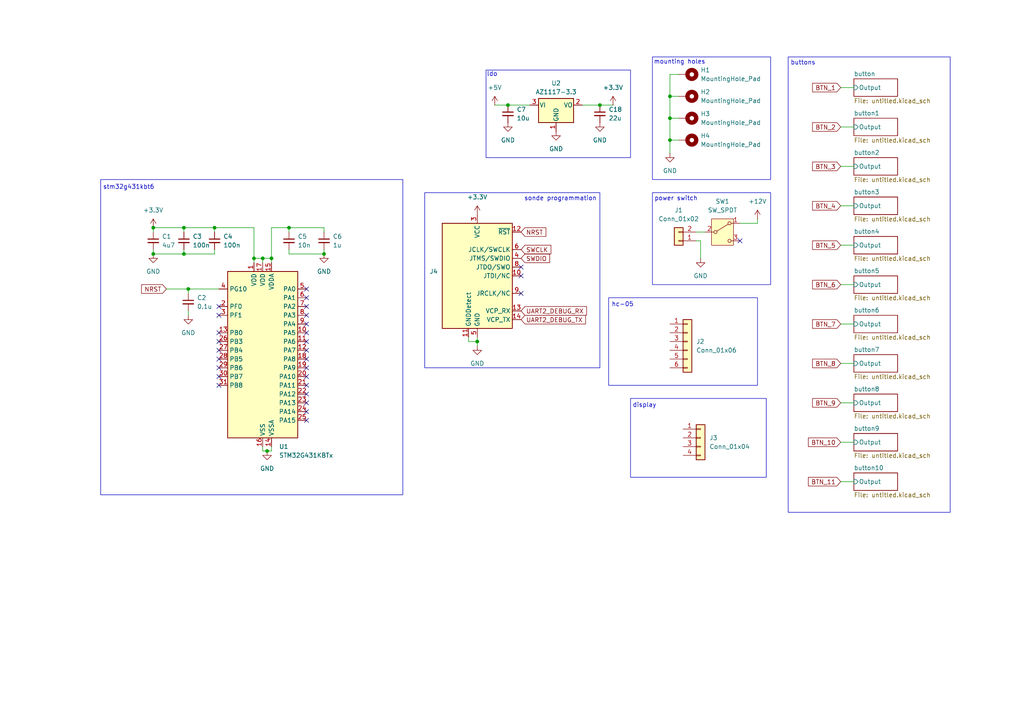
<source format=kicad_sch>
(kicad_sch (version 20231120) (generator "eeschema") (generator_version "8.0")
  (paper "A4")
  (lib_symbols
    (symbol "Connector:Conn_ST_STDC14"
      (property "Reference" "J" (at -8.89 16.51 0))
      (property "Value" "Conn_ST_STDC14" (at 17.78 16.51 0))
      (symbol "Conn_ST_STDC14_0_1"
        (rectangle (start -10.16 15.24) (end 10.16 -15.24) (stroke (width 0.254)) (fill (type background)))
      )
      (symbol "Conn_ST_STDC14_1_1"
        (pin no_connect line (at -10.16 5.08 0) (length 2.54) hide (name "NC") (number "1"))
        (pin output line (at 12.7 0 180) (length 2.54) (name "JTDI/NC") (number "10"))
        (pin passive line (at -2.54 -17.78 90) (length 2.54) (name "GNDDetect") (number "11"))
        (pin open_collector line (at 12.7 12.7 180) (length 2.54) (name "~{RST}") (number "12"))
        (pin output line (at 12.7 -10.16 180) (length 2.54) (name "VCP_RX") (number "13"))
        (pin input line (at 12.7 -12.7 180) (length 2.54) (name "VCP_TX") (number "14"))
        (pin no_connect line (at -10.16 2.54 0) (length 2.54) hide (name "NC") (number "2"))
        (pin power_in line (at 0 17.78 270) (length 2.54) (name "VCC") (number "3"))
        (pin bidirectional line (at 12.7 5.08 180) (length 2.54) (name "JTMS/SWDIO") (number "4"))
        (pin power_in line (at 0 -17.78 90) (length 2.54) (name "GND") (number "5"))
        (pin output line (at 12.7 7.62 180) (length 2.54) (name "JCLK/SWCLK") (number "6"))
        (pin passive line (at 0 -17.78 90) (length 2.54) hide (name "GND") (number "7"))
        (pin input line (at 12.7 2.54 180) (length 2.54) (name "JTDO/SWO") (number "8"))
        (pin input line (at 12.7 -5.08 180) (length 2.54) (name "JRCLK/NC") (number "9"))
      )
    )
    (symbol "Connector_Generic:Conn_01x02" (pin_names (offset 1.016) hide)
      (property "Reference" "J" (at 0 2.54 0))
      (property "Value" "Conn_01x02" (at 0 -5.08 0))
      (symbol "Conn_01x02_1_1"
        (rectangle (start -1.27 -2.413) (end 0 -2.667) (stroke (width 0.1524)))
        (rectangle (start -1.27 0.127) (end 0 -0.127) (stroke (width 0.1524)))
        (rectangle (start -1.27 1.27) (end 1.27 -3.81) (stroke (width 0.254)) (fill (type background)))
        (pin passive line (at -5.08 0 0) (length 3.81) (name "Pin_1") (number "1"))
        (pin passive line (at -5.08 -2.54 0) (length 3.81) (name "Pin_2") (number "2"))
      )
    )
    (symbol "Connector_Generic:Conn_01x04" (pin_names (offset 1.016) hide)
      (property "Reference" "J" (at 0 5.08 0))
      (property "Value" "Conn_01x04" (at 0 -7.62 0))
      (symbol "Conn_01x04_1_1"
        (rectangle (start -1.27 -4.953) (end 0 -5.207) (stroke (width 0.1524)))
        (rectangle (start -1.27 -2.413) (end 0 -2.667) (stroke (width 0.1524)))
        (rectangle (start -1.27 0.127) (end 0 -0.127) (stroke (width 0.1524)))
        (rectangle (start -1.27 2.667) (end 0 2.413) (stroke (width 0.1524)))
        (rectangle (start -1.27 3.81) (end 1.27 -6.35) (stroke (width 0.254)) (fill (type background)))
        (pin passive line (at -5.08 2.54 0) (length 3.81) (name "Pin_1") (number "1"))
        (pin passive line (at -5.08 0 0) (length 3.81) (name "Pin_2") (number "2"))
        (pin passive line (at -5.08 -2.54 0) (length 3.81) (name "Pin_3") (number "3"))
        (pin passive line (at -5.08 -5.08 0) (length 3.81) (name "Pin_4") (number "4"))
      )
    )
    (symbol "Connector_Generic:Conn_01x06" (pin_names (offset 1.016) hide)
      (property "Reference" "J" (at 0 7.62 0))
      (property "Value" "Conn_01x06" (at 0 -10.16 0))
      (symbol "Conn_01x06_1_1"
        (rectangle (start -1.27 -7.493) (end 0 -7.747) (stroke (width 0.1524)))
        (rectangle (start -1.27 -4.953) (end 0 -5.207) (stroke (width 0.1524)))
        (rectangle (start -1.27 -2.413) (end 0 -2.667) (stroke (width 0.1524)))
        (rectangle (start -1.27 0.127) (end 0 -0.127) (stroke (width 0.1524)))
        (rectangle (start -1.27 2.667) (end 0 2.413) (stroke (width 0.1524)))
        (rectangle (start -1.27 5.207) (end 0 4.953) (stroke (width 0.1524)))
        (rectangle (start -1.27 6.35) (end 1.27 -8.89) (stroke (width 0.254)) (fill (type background)))
        (pin passive line (at -5.08 5.08 0) (length 3.81) (name "Pin_1") (number "1"))
        (pin passive line (at -5.08 2.54 0) (length 3.81) (name "Pin_2") (number "2"))
        (pin passive line (at -5.08 0 0) (length 3.81) (name "Pin_3") (number "3"))
        (pin passive line (at -5.08 -2.54 0) (length 3.81) (name "Pin_4") (number "4"))
        (pin passive line (at -5.08 -5.08 0) (length 3.81) (name "Pin_5") (number "5"))
        (pin passive line (at -5.08 -7.62 0) (length 3.81) (name "Pin_6") (number "6"))
      )
    )
    (symbol "Device:C_Small" (pin_numbers hide) (pin_names (offset 0.254) hide)
      (property "Reference" "C" (at 0.254 1.778 0))
      (property "Value" "C_Small" (at 0.254 -2.032 0))
      (symbol "C_Small_0_1"
        (polyline (pts (xy -1.524 -0.508) (xy 1.524 -0.508)) (stroke (width 0.3302)))
        (polyline (pts (xy -1.524 0.508) (xy 1.524 0.508)) (stroke (width 0.3048)))
      )
      (symbol "C_Small_1_1"
        (pin passive line (at 0 2.54 270) (length 2.032) (name "~") (number "1"))
        (pin passive line (at 0 -2.54 90) (length 2.032) (name "~") (number "2"))
      )
    )
    (symbol "MCU_ST_STM32G4:STM32G431KBTx"
      (property "Reference" "U" (at -10.16 26.67 0))
      (property "Value" "STM32G431KBTx" (at 5.08 26.67 0))
      (symbol "STM32G431KBTx_0_1"
        (rectangle (start -10.16 -22.86) (end 10.16 25.4) (stroke (width 0.254)) (fill (type background)))
      )
      (symbol "STM32G431KBTx_1_1"
        (pin power_in line (at -2.54 27.94 270) (length 2.54) (name "VDD") (number "1"))
        (pin bidirectional line (at 12.7 7.62 180) (length 2.54) (name "PA5") (number "10"))
        (pin bidirectional line (at 12.7 5.08 180) (length 2.54) (name "PA6") (number "11"))
        (pin bidirectional line (at 12.7 2.54 180) (length 2.54) (name "PA7") (number "12"))
        (pin bidirectional line (at -12.7 7.62 0) (length 2.54) (name "PB0") (number "13"))
        (pin power_in line (at 2.54 -25.4 90) (length 2.54) (name "VSSA") (number "14"))
        (pin power_in line (at 2.54 27.94 270) (length 2.54) (name "VDDA") (number "15"))
        (pin power_in line (at 0 -25.4 90) (length 2.54) (name "VSS") (number "16"))
        (pin power_in line (at 0 27.94 270) (length 2.54) (name "VDD") (number "17"))
        (pin bidirectional line (at 12.7 0 180) (length 2.54) (name "PA8") (number "18"))
        (pin bidirectional line (at 12.7 -2.54 180) (length 2.54) (name "PA9") (number "19"))
        (pin bidirectional line (at -12.7 15.24 0) (length 2.54) (name "PF0") (number "2"))
        (pin bidirectional line (at 12.7 -5.08 180) (length 2.54) (name "PA10") (number "20"))
        (pin bidirectional line (at 12.7 -7.62 180) (length 2.54) (name "PA11") (number "21"))
        (pin bidirectional line (at 12.7 -10.16 180) (length 2.54) (name "PA12") (number "22"))
        (pin bidirectional line (at 12.7 -12.7 180) (length 2.54) (name "PA13") (number "23"))
        (pin bidirectional line (at 12.7 -15.24 180) (length 2.54) (name "PA14") (number "24"))
        (pin bidirectional line (at 12.7 -17.78 180) (length 2.54) (name "PA15") (number "25"))
        (pin bidirectional line (at -12.7 5.08 0) (length 2.54) (name "PB3") (number "26"))
        (pin bidirectional line (at -12.7 2.54 0) (length 2.54) (name "PB4") (number "27"))
        (pin bidirectional line (at -12.7 0 0) (length 2.54) (name "PB5") (number "28"))
        (pin bidirectional line (at -12.7 -2.54 0) (length 2.54) (name "PB6") (number "29"))
        (pin bidirectional line (at -12.7 12.7 0) (length 2.54) (name "PF1") (number "3"))
        (pin bidirectional line (at -12.7 -5.08 0) (length 2.54) (name "PB7") (number "30"))
        (pin bidirectional line (at -12.7 -7.62 0) (length 2.54) (name "PB8") (number "31"))
        (pin passive line (at 0 -25.4 90) (length 2.54) hide (name "VSS") (number "32"))
        (pin bidirectional line (at -12.7 20.32 0) (length 2.54) (name "PG10") (number "4"))
        (pin bidirectional line (at 12.7 20.32 180) (length 2.54) (name "PA0") (number "5"))
        (pin bidirectional line (at 12.7 17.78 180) (length 2.54) (name "PA1") (number "6"))
        (pin bidirectional line (at 12.7 15.24 180) (length 2.54) (name "PA2") (number "7"))
        (pin bidirectional line (at 12.7 12.7 180) (length 2.54) (name "PA3") (number "8"))
        (pin bidirectional line (at 12.7 10.16 180) (length 2.54) (name "PA4") (number "9"))
      )
    )
    (symbol "Mechanical:MountingHole_Pad" (pin_numbers hide) (pin_names (offset 1.016) hide) (exclude_from_sim yes) (in_bom no)
      (property "Reference" "H" (at 0 6.35 0))
      (property "Value" "MountingHole_Pad" (at 0 4.445 0))
      (symbol "MountingHole_Pad_0_1"
        (circle (center 0 1.27) (radius 1.27) (stroke (width 1.27)))
      )
      (symbol "MountingHole_Pad_1_1"
        (pin input line (at 0 -2.54 90) (length 2.54) (name "1") (number "1"))
      )
    )
    (symbol "Regulator_Linear:AZ1117-3.3" (pin_names (offset 0.254))
      (property "Reference" "U" (at -3.81 3.175 0))
      (property "Value" "AZ1117-3.3" (at 0 3.175 0))
      (symbol "AZ1117-3.3_0_1"
        (rectangle (start -5.08 1.905) (end 5.08 -5.08) (stroke (width 0.254)) (fill (type background)))
      )
      (symbol "AZ1117-3.3_1_1"
        (pin power_in line (at 0 -7.62 90) (length 2.54) (name "GND") (number "1"))
        (pin power_out line (at 7.62 0 180) (length 2.54) (name "VO") (number "2"))
        (pin power_in line (at -7.62 0 0) (length 2.54) (name "VI") (number "3"))
      )
    )
    (symbol "Switch:SW_SPDT" (pin_names (offset 0) hide)
      (property "Reference" "SW" (at 0 5.08 0))
      (property "Value" "SW_SPDT" (at 0 -5.08 0))
      (symbol "SW_SPDT_0_1"
        (circle (center -2.032 0) (radius 0.4572))
        (polyline (pts (xy -1.651 0.254) (xy 1.651 2.286)))
        (circle (center 2.032 -2.54) (radius 0.4572))
        (circle (center 2.032 2.54) (radius 0.4572))
      )
      (symbol "SW_SPDT_1_1"
        (rectangle (start -3.175 3.81) (end 3.175 -3.81) (fill (type background)))
        (pin passive line (at 5.08 2.54 180) (length 2.54) (name "A") (number "1"))
        (pin passive line (at -5.08 0 0) (length 2.54) (name "B") (number "2"))
        (pin passive line (at 5.08 -2.54 180) (length 2.54) (name "C") (number "3"))
      )
    )
    (symbol "power:+12V" (power) (pin_numbers hide) (pin_names (offset 0) hide)
      (property "Value" "+12V" (at 0 3.556 0))
      (symbol "+12V_0_1"
        (polyline (pts (xy -0.762 1.27) (xy 0 2.54)))
        (polyline (pts (xy 0 0) (xy 0 2.54)))
        (polyline (pts (xy 0 2.54) (xy 0.762 1.27)))
      )
      (symbol "+12V_1_1"
        (pin power_in line (at 0 0 90) (length 0) (name "~") (number "1"))
      )
    )
    (symbol "power:+3.3V" (power) (pin_numbers hide) (pin_names (offset 0) hide)
      (property "Value" "+3.3V" (at 0 3.556 0))
      (symbol "+3.3V_0_1"
        (polyline (pts (xy -0.762 1.27) (xy 0 2.54)))
        (polyline (pts (xy 0 0) (xy 0 2.54)))
        (polyline (pts (xy 0 2.54) (xy 0.762 1.27)))
      )
      (symbol "+3.3V_1_1"
        (pin power_in line (at 0 0 90) (length 0) (name "~") (number "1"))
      )
    )
    (symbol "power:+5V" (power) (pin_numbers hide) (pin_names (offset 0) hide)
      (property "Value" "+5V" (at 0 3.556 0))
      (symbol "+5V_0_1"
        (polyline (pts (xy -0.762 1.27) (xy 0 2.54)))
        (polyline (pts (xy 0 0) (xy 0 2.54)))
        (polyline (pts (xy 0 2.54) (xy 0.762 1.27)))
      )
      (symbol "+5V_1_1"
        (pin power_in line (at 0 0 90) (length 0) (name "~") (number "1"))
      )
    )
    (symbol "power:GND" (power) (pin_numbers hide) (pin_names (offset 0) hide)
      (property "Value" "GND" (at 0 -3.81 0))
      (symbol "GND_0_1"
        (polyline (pts (xy 0 0) (xy 0 -1.27) (xy 1.27 -1.27) (xy 0 -2.54) (xy -1.27 -1.27) (xy 0 -1.27)))
      )
      (symbol "GND_1_1"
        (pin power_in line (at 0 0 270) (length 0) (name "~") (number "1"))
      )
    )
  )
  (junction (at 194.31 40.64))
  (junction (at 147.32 30.48))
  (junction (at 53.34 66.04))
  (junction (at 93.98 73.66))
  (junction (at 138.43 99.06))
  (junction (at 78.74 74.93))
  (junction (at 53.34 73.66))
  (junction (at 54.61 83.82))
  (junction (at 83.82 66.04))
  (junction (at 77.47 130.81))
  (junction (at 194.31 27.94))
  (junction (at 76.2 74.93))
  (junction (at 62.23 66.04))
  (junction (at 73.66 74.93))
  (junction (at 194.31 34.29))
  (junction (at 44.45 66.04))
  (junction (at 173.99 30.48))
  (junction (at 44.45 73.66))
  (no_connect (at 88.9 111.76))
  (no_connect (at 63.5 91.44))
  (no_connect (at 63.5 88.9))
  (no_connect (at 88.9 88.9))
  (no_connect (at 88.9 116.84))
  (no_connect (at 214.63 69.85))
  (no_connect (at 88.9 114.3))
  (no_connect (at 63.5 109.22))
  (no_connect (at 88.9 106.68))
  (no_connect (at 88.9 96.52))
  (no_connect (at 88.9 109.22))
  (no_connect (at 63.5 99.06))
  (no_connect (at 151.13 77.47))
  (no_connect (at 63.5 96.52))
  (no_connect (at 88.9 104.14))
  (no_connect (at 88.9 83.82))
  (no_connect (at 88.9 119.38))
  (no_connect (at 63.5 106.68))
  (no_connect (at 88.9 99.06))
  (no_connect (at 151.13 80.01))
  (no_connect (at 63.5 104.14))
  (no_connect (at 88.9 121.92))
  (no_connect (at 88.9 86.36))
  (no_connect (at 63.5 111.76))
  (no_connect (at 63.5 101.6))
  (no_connect (at 88.9 93.98))
  (no_connect (at 88.9 91.44))
  (no_connect (at 151.13 85.09))
  (no_connect (at 88.9 101.6))
  (wire (pts (xy 48.26 83.82) (xy 54.61 83.82)))
  (wire (pts (xy 73.66 66.04) (xy 62.23 66.04)))
  (wire (pts (xy 194.31 44.45) (xy 194.31 40.64)))
  (wire (pts (xy 194.31 40.64) (xy 196.85 40.64)))
  (wire (pts (xy 243.84 25.4) (xy 247.65 25.4)))
  (wire (pts (xy 44.45 73.66) (xy 44.45 72.39)))
  (wire (pts (xy 63.5 83.82) (xy 54.61 83.82)))
  (wire (pts (xy 93.98 73.66) (xy 93.98 72.39)))
  (wire (pts (xy 54.61 90.17) (xy 54.61 91.44)))
  (wire (pts (xy 93.98 67.31) (xy 93.98 66.04)))
  (wire (pts (xy 62.23 66.04) (xy 62.23 67.31)))
  (wire (pts (xy 62.23 66.04) (xy 53.34 66.04)))
  (wire (pts (xy 135.89 99.06) (xy 138.43 99.06)))
  (wire (pts (xy 135.89 97.79) (xy 135.89 99.06)))
  (wire (pts (xy 143.51 30.48) (xy 147.32 30.48)))
  (wire (pts (xy 243.84 71.12) (xy 247.65 71.12)))
  (wire (pts (xy 83.82 72.39) (xy 83.82 73.66)))
  (wire (pts (xy 243.84 36.83) (xy 247.65 36.83)))
  (wire (pts (xy 243.84 105.41) (xy 247.65 105.41)))
  (wire (pts (xy 78.74 129.54) (xy 78.74 130.81)))
  (wire (pts (xy 173.99 30.48) (xy 177.8 30.48)))
  (wire (pts (xy 78.74 74.93) (xy 78.74 76.2)))
  (wire (pts (xy 73.66 74.93) (xy 76.2 74.93)))
  (wire (pts (xy 73.66 74.93) (xy 73.66 66.04)))
  (wire (pts (xy 44.45 66.04) (xy 44.45 67.31)))
  (wire (pts (xy 168.91 30.48) (xy 173.99 30.48)))
  (wire (pts (xy 53.34 66.04) (xy 44.45 66.04)))
  (wire (pts (xy 243.84 82.55) (xy 247.65 82.55)))
  (wire (pts (xy 243.84 128.27) (xy 247.65 128.27)))
  (wire (pts (xy 219.71 63.5) (xy 219.71 64.77)))
  (wire (pts (xy 243.84 116.84) (xy 247.65 116.84)))
  (wire (pts (xy 138.43 97.79) (xy 138.43 99.06)))
  (wire (pts (xy 53.34 73.66) (xy 53.34 72.39)))
  (wire (pts (xy 76.2 74.93) (xy 76.2 76.2)))
  (wire (pts (xy 147.32 30.48) (xy 153.67 30.48)))
  (wire (pts (xy 201.93 69.85) (xy 203.2 69.85)))
  (wire (pts (xy 93.98 66.04) (xy 83.82 66.04)))
  (wire (pts (xy 138.43 99.06) (xy 138.43 100.33)))
  (wire (pts (xy 194.31 40.64) (xy 194.31 34.29)))
  (wire (pts (xy 83.82 73.66) (xy 93.98 73.66)))
  (wire (pts (xy 203.2 69.85) (xy 203.2 74.93)))
  (wire (pts (xy 214.63 64.77) (xy 219.71 64.77)))
  (wire (pts (xy 77.47 130.81) (xy 78.74 130.81)))
  (wire (pts (xy 243.84 93.98) (xy 247.65 93.98)))
  (wire (pts (xy 194.31 27.94) (xy 194.31 21.59)))
  (wire (pts (xy 44.45 73.66) (xy 53.34 73.66)))
  (wire (pts (xy 54.61 83.82) (xy 54.61 85.09)))
  (wire (pts (xy 76.2 129.54) (xy 76.2 130.81)))
  (wire (pts (xy 243.84 59.69) (xy 247.65 59.69)))
  (wire (pts (xy 73.66 74.93) (xy 73.66 76.2)))
  (wire (pts (xy 243.84 139.7) (xy 247.65 139.7)))
  (wire (pts (xy 194.31 34.29) (xy 194.31 27.94)))
  (wire (pts (xy 201.93 67.31) (xy 204.47 67.31)))
  (wire (pts (xy 83.82 66.04) (xy 83.82 67.31)))
  (wire (pts (xy 76.2 130.81) (xy 77.47 130.81)))
  (wire (pts (xy 78.74 74.93) (xy 76.2 74.93)))
  (wire (pts (xy 194.31 27.94) (xy 196.85 27.94)))
  (wire (pts (xy 53.34 66.04) (xy 53.34 67.31)))
  (wire (pts (xy 62.23 72.39) (xy 62.23 73.66)))
  (wire (pts (xy 78.74 74.93) (xy 78.74 66.04)))
  (wire (pts (xy 78.74 66.04) (xy 83.82 66.04)))
  (wire (pts (xy 53.34 73.66) (xy 62.23 73.66)))
  (wire (pts (xy 243.84 48.26) (xy 247.65 48.26)))
  (wire (pts (xy 194.31 34.29) (xy 196.85 34.29)))
  (wire (pts (xy 194.31 21.59) (xy 196.85 21.59)))
  (rectangle (start 189.23 16.51) (end 223.52 52.07))
  (rectangle (start 123.19 55.88) (end 173.99 106.68))
  (rectangle (start 176.53 86.36) (end 219.71 111.76))
  (rectangle (start 182.88 115.57) (end 222.25 138.43))
  (rectangle (start 29.21 52.07) (end 116.84 143.51))
  (rectangle (start 140.97 20.32) (end 182.88 45.72))
  (rectangle (start 189.23 55.88) (end 223.52 82.55))
  (rectangle (start 228.6 16.51) (end 275.59 148.59))
  (text "mounting holes" (at 197.104 18.034 0) (effects (font (size 1.27 1.27))))
  (text "power switch" (at 196.088 57.658 0) (effects (font (size 1.27 1.27))))
  (text "ldo" (at 142.748 21.59 0) (effects (font (size 1.27 1.27))))
  (text "buttons" (at 232.918 18.288 0) (effects (font (size 1.27 1.27))))
  (text "stm32g431kbt6" (at 37.338 54.356 0) (effects (font (size 1.27 1.27))))
  (text "sonde programmation\n" (at 162.56 57.658 0) (effects (font (size 1.27 1.27))))
  (text "display" (at 186.944 117.602 0) (effects (font (size 1.27 1.27))))
  (text "hc-05" (at 180.594 88.392 0) (effects (font (size 1.27 1.27))))
  (global_label "BTN_7" (shape input) (at 243.84 93.98 180) (property "Intersheetrefs" "${INTERSHEET_REFS}" (effects (hide yes))))
  (global_label "BTN_8" (shape input) (at 243.84 105.41 180) (property "Intersheetrefs" "${INTERSHEET_REFS}" (effects (hide yes))))
  (global_label "BTN_1" (shape input) (at 243.84 25.4 180) (property "Intersheetrefs" "${INTERSHEET_REFS}" (effects (hide yes))))
  (global_label "BTN_4" (shape input) (at 243.84 59.69 180) (property "Intersheetrefs" "${INTERSHEET_REFS}" (effects (hide yes))))
  (global_label "SWDIO" (shape input) (at 151.13 74.93 0) (property "Intersheetrefs" "${INTERSHEET_REFS}" (effects (hide yes))))
  (global_label "BTN_11" (shape input) (at 243.84 139.7 180) (property "Intersheetrefs" "${INTERSHEET_REFS}" (effects (hide yes))))
  (global_label "BTN_9" (shape input) (at 243.84 116.84 180) (property "Intersheetrefs" "${INTERSHEET_REFS}" (effects (hide yes))))
  (global_label "BTN_6" (shape input) (at 243.84 82.55 180) (property "Intersheetrefs" "${INTERSHEET_REFS}" (effects (hide yes))))
  (global_label "NRST" (shape input) (at 151.13 67.31 0) (property "Intersheetrefs" "${INTERSHEET_REFS}" (effects (hide yes))))
  (global_label "UART2_DEBUG_TX" (shape input) (at 151.13 92.71 0) (property "Intersheetrefs" "${INTERSHEET_REFS}" (effects (hide yes))))
  (global_label "BTN_2" (shape input) (at 243.84 36.83 180) (property "Intersheetrefs" "${INTERSHEET_REFS}" (effects (hide yes))))
  (global_label "BTN_3" (shape input) (at 243.84 48.26 180) (property "Intersheetrefs" "${INTERSHEET_REFS}" (effects (hide yes))))
  (global_label "BTN_10" (shape input) (at 243.84 128.27 180) (property "Intersheetrefs" "${INTERSHEET_REFS}" (effects (hide yes))))
  (global_label "NRST" (shape input) (at 48.26 83.82 180) (property "Intersheetrefs" "${INTERSHEET_REFS}" (effects (hide yes))))
  (global_label "SWCLK" (shape input) (at 151.13 72.39 0) (property "Intersheetrefs" "${INTERSHEET_REFS}" (effects (hide yes))))
  (global_label "BTN_5" (shape input) (at 243.84 71.12 180) (property "Intersheetrefs" "${INTERSHEET_REFS}" (effects (hide yes))))
  (global_label "UART2_DEBUG_RX" (shape input) (at 151.13 90.17 0) (property "Intersheetrefs" "${INTERSHEET_REFS}" (effects (hide yes))))
  (symbol (lib_id "power:+5V") (at 143.51 30.48 0) (unit 1)
    (property "Reference" "#PWR029" (effects (hide yes)))
    (property "Value" "+5V" (at 143.51 25.4 0))
  )
  (symbol (lib_id "Mechanical:MountingHole_Pad") (at 199.39 21.59 270) (unit 1) (exclude_from_sim yes) (in_bom no)
    (property "Reference" "H1" (at 203.2 20.3199 90) (effects (justify left)))
    (property "Value" "MountingHole_Pad" (at 203.2 22.8599 90) (effects (justify left)))
    (property "Description" "Mounting Hole with connection" (effects (hide yes)))
  )
  (symbol (lib_id "Regulator_Linear:AZ1117-3.3") (at 161.29 30.48 0) (unit 1)
    (property "Reference" "U2" (at 161.29 24.13 0))
    (property "Value" "AZ1117-3.3" (at 161.29 26.67 0))
    (property "Footprint" "Package_TO_SOT_SMD:SOT-223-3_TabPin2" (effects (hide yes)))
    (property "Datasheet" "https://www.diodes.com/assets/Datasheets/AZ1117.pdf" (effects (hide yes)))
    (property "MPN" "AZ1117CH2-3.3TRG1" (effects (hide yes)))
  )
  (symbol (lib_id "power:GND") (at 138.43 100.33 0) (unit 1)
    (property "Reference" "#PWR035" (effects (hide yes)))
    (property "Value" "GND" (at 138.43 105.41 0))
  )
  (symbol (lib_id "Device:C_Small") (at 93.98 69.85 0) (unit 1)
    (property "Reference" "C6" (at 96.52 68.5862 0) (effects (justify left)))
    (property "Value" "1u" (at 96.52 71.1262 0) (effects (justify left)))
    (property "Footprint" "Capacitor_SMD:C_0402_1005Metric" (effects (hide yes)))
    (property "Description" "Unpolarized capacitor, small symbol" (effects (hide yes)))
  )
  (symbol (lib_id "Mechanical:MountingHole_Pad") (at 199.39 40.64 270) (unit 1) (exclude_from_sim yes) (in_bom no)
    (property "Reference" "H4" (at 203.2 39.3699 90) (effects (justify left)))
    (property "Value" "MountingHole_Pad" (at 203.2 41.9099 90) (effects (justify left)))
    (property "Description" "Mounting Hole with connection" (effects (hide yes)))
  )
  (symbol (lib_id "power:+3.3V") (at 44.45 66.04 0) (unit 1)
    (property "Reference" "#PWR01" (effects (hide yes)))
    (property "Value" "+3.3V" (at 44.45 60.96 0))
    (property "Description" "Power symbol creates a global label with name \"+3.3V\"" (effects (hide yes)))
  )
  (symbol (lib_id "power:GND") (at 77.47 130.81 0) (unit 1)
    (property "Reference" "#PWR04" (effects (hide yes)))
    (property "Value" "GND" (at 77.47 135.89 0))
    (property "Description" "Power symbol creates a global label with name \"GND\" , ground" (effects (hide yes)))
  )
  (symbol (lib_id "Connector_Generic:Conn_01x04") (at 203.2 127 0) (unit 1)
    (property "Reference" "J3" (at 205.74 126.9999 0) (effects (justify left)))
    (property "Value" "Conn_01x04" (at 205.74 129.5399 0) (effects (justify left)))
    (property "Description" "Generic connector, single row, 01x04, script generated (kicad-library-utils/schlib/autogen/connector/)" (effects (hide yes)))
  )
  (symbol (lib_id "Device:C_Small") (at 53.34 69.85 0) (unit 1)
    (property "Reference" "C3" (at 55.88 68.5862 0) (effects (justify left)))
    (property "Value" "100n" (at 55.88 71.1262 0) (effects (justify left)))
    (property "Footprint" "Capacitor_SMD:C_0402_1005Metric" (effects (hide yes)))
    (property "Description" "Unpolarized capacitor, small symbol" (effects (hide yes)))
  )
  (symbol (lib_id "Connector:Conn_ST_STDC14") (at 138.43 80.01 0) (unit 1)
    (property "Reference" "J4" (at 127 78.7399 0) (effects (justify right)))
    (property "Value" "Conn_ST_STDC14" (effects (hide yes)))
    (property "Footprint" "Connector_PinHeader_1.27mm:PinHeader_2x07_P1.27mm_Vertical_SMD" (effects (hide yes)))
    (property "Datasheet" "https://www.st.com/content/ccc/resource/technical/document/user_manual/group1/99/49/91/b6/b2/3a/46/e5/DM00526767/files/DM00526767.pdf/jcr:content/translations/en.DM00526767.pdf" (effects (hide yes)))
    (property "Description" "ST Debug Connector, standard ARM Cortex-M SWD and JTAG interface plus UART" (effects (hide yes)))
  )
  (symbol (lib_id "Switch:SW_SPDT") (at 209.55 67.31 0) (unit 1)
    (property "Reference" "SW1" (at 209.55 58.42 0))
    (property "Value" "SW_SPDT" (at 209.55 60.96 0))
    (property "Footprint" "mylib:472123010111" (effects (hide yes)))
    (property "Datasheet" "https://www.we-online.com/components/products/datasheet/472123010111.pdf" (effects (hide yes)))
    (property "Description" "Switch, single pole double throw" (effects (hide yes)))
    (property "MPN" "472123010111" (effects (hide yes)))
  )
  (symbol (lib_id "power:+12V") (at 219.71 63.5 0) (unit 1)
    (property "Reference" "#PWR028" (effects (hide yes)))
    (property "Value" "+12V" (at 219.71 58.42 0))
    (property "Description" "Power symbol creates a global label with name \"+12V\"" (effects (hide yes)))
  )
  (symbol (lib_id "Device:C_Small") (at 147.32 33.02 0) (unit 1)
    (property "Reference" "C7" (at 149.86 31.7563 0) (effects (justify left)))
    (property "Value" "10u" (at 149.86 34.2963 0) (effects (justify left)))
    (property "Footprint" "Capacitor_SMD:C_0402_1005Metric" (effects (hide yes)))
  )
  (symbol (lib_id "power:GND") (at 173.99 35.56 0) (unit 1)
    (property "Reference" "#PWR032" (effects (hide yes)))
    (property "Value" "GND" (at 173.99 40.64 0))
  )
  (symbol (lib_id "power:GND") (at 54.61 91.44 0) (unit 1)
    (property "Reference" "#PWR03" (effects (hide yes)))
    (property "Value" "GND" (at 54.61 96.52 0))
    (property "Description" "Power symbol creates a global label with name \"GND\" , ground" (effects (hide yes)))
  )
  (symbol (lib_id "power:GND") (at 194.31 44.45 0) (unit 1)
    (property "Reference" "#PWR06" (effects (hide yes)))
    (property "Value" "GND" (at 194.31 49.53 0))
    (property "Description" "Power symbol creates a global label with name \"GND\" , ground" (effects (hide yes)))
  )
  (symbol (lib_id "Mechanical:MountingHole_Pad") (at 199.39 34.29 270) (unit 1) (exclude_from_sim yes) (in_bom no)
    (property "Reference" "H3" (at 203.2 33.0199 90) (effects (justify left)))
    (property "Value" "MountingHole_Pad" (at 203.2 35.5599 90) (effects (justify left)))
    (property "Description" "Mounting Hole with connection" (effects (hide yes)))
  )
  (symbol (lib_id "Device:C_Small") (at 173.99 33.02 0) (unit 1)
    (property "Reference" "C18" (at 176.53 31.7563 0) (effects (justify left)))
    (property "Value" "22u" (at 176.53 34.2963 0) (effects (justify left)))
    (property "Footprint" "Capacitor_SMD:C_Elec_5x5.4" (effects (hide yes)))
  )
  (symbol (lib_id "power:GND") (at 44.45 73.66 0) (unit 1)
    (property "Reference" "#PWR02" (effects (hide yes)))
    (property "Value" "GND" (at 44.45 78.74 0))
    (property "Description" "Power symbol creates a global label with name \"GND\" , ground" (effects (hide yes)))
  )
  (symbol (lib_id "Device:C_Small") (at 44.45 69.85 0) (unit 1)
    (property "Reference" "C1" (at 46.99 68.5862 0) (effects (justify left)))
    (property "Value" "4u7" (at 46.99 71.1262 0) (effects (justify left)))
    (property "Footprint" "Capacitor_SMD:C_0402_1005Metric" (effects (hide yes)))
    (property "Description" "Unpolarized capacitor, small symbol" (effects (hide yes)))
  )
  (symbol (lib_id "Mechanical:MountingHole_Pad") (at 199.39 27.94 270) (unit 1) (exclude_from_sim yes) (in_bom no)
    (property "Reference" "H2" (at 203.2 26.6699 90) (effects (justify left)))
    (property "Value" "MountingHole_Pad" (at 203.2 29.2099 90) (effects (justify left)))
    (property "Description" "Mounting Hole with connection" (effects (hide yes)))
  )
  (symbol (lib_id "power:GND") (at 161.29 38.1 0) (unit 1)
    (property "Reference" "#PWR031" (effects (hide yes)))
    (property "Value" "GND" (at 161.29 43.18 0))
  )
  (symbol (lib_id "power:GND") (at 93.98 73.66 0) (unit 1)
    (property "Reference" "#PWR05" (effects (hide yes)))
    (property "Value" "GND" (at 93.98 78.74 0))
    (property "Description" "Power symbol creates a global label with name \"GND\" , ground" (effects (hide yes)))
  )
  (symbol (lib_id "MCU_ST_STM32G4:STM32G431KBTx") (at 76.2 104.14 0) (unit 1)
    (property "Reference" "U1" (at 80.9341 129.54 0) (effects (justify left)))
    (property "Value" "STM32G431KBTx" (at 80.9341 132.08 0) (effects (justify left)))
    (property "Footprint" "Package_QFP:LQFP-32_7x7mm_P0.8mm" (effects (hide yes)))
    (property "Datasheet" "https://www.st.com/resource/en/datasheet/stm32g431kb.pdf" (effects (hide yes)))
    (property "Description" "STMicroelectronics Arm Cortex-M4 MCU, 128KB flash, 32KB RAM, 170 MHz, 1.71-3.6V, 26 GPIO, LQFP32" (effects (hide yes)))
  )
  (symbol (lib_id "power:+3.3V") (at 177.8 30.48 0) (unit 1)
    (property "Reference" "#PWR033" (effects (hide yes)))
    (property "Value" "+3.3V" (at 177.8 25.4 0))
  )
  (symbol (lib_id "Device:C_Small") (at 62.23 69.85 0) (unit 1)
    (property "Reference" "C4" (at 64.77 68.5862 0) (effects (justify left)))
    (property "Value" "100n" (at 64.77 71.1262 0) (effects (justify left)))
    (property "Footprint" "Capacitor_SMD:C_0402_1005Metric" (effects (hide yes)))
    (property "Description" "Unpolarized capacitor, small symbol" (effects (hide yes)))
  )
  (symbol (lib_id "Connector_Generic:Conn_01x02") (at 196.85 69.85 180) (unit 1)
    (property "Reference" "J1" (at 196.85 60.96 0))
    (property "Value" "Conn_01x02" (at 196.85 63.5 0))
    (property "Footprint" "Connector_AMASS:AMASS_XT60-M_1x02_P7.20mm_Vertical" (effects (hide yes)))
    (property "Description" "Generic connector, single row, 01x02, script generated (kicad-library-utils/schlib/autogen/connector/)" (effects (hide yes)))
  )
  (symbol (lib_id "power:+3.3V") (at 138.43 62.23 0) (unit 1)
    (property "Reference" "#PWR034" (effects (hide yes)))
    (property "Value" "+3.3V" (at 138.43 57.15 0))
  )
  (symbol (lib_id "power:GND") (at 147.32 35.56 0) (unit 1)
    (property "Reference" "#PWR030" (effects (hide yes)))
    (property "Value" "GND" (at 147.32 40.64 0))
  )
  (symbol (lib_id "Device:C_Small") (at 83.82 69.85 0) (unit 1)
    (property "Reference" "C5" (at 86.36 68.5862 0) (effects (justify left)))
    (property "Value" "10n" (at 86.36 71.1262 0) (effects (justify left)))
    (property "Footprint" "Capacitor_SMD:C_0402_1005Metric" (effects (hide yes)))
    (property "Description" "Unpolarized capacitor, small symbol" (effects (hide yes)))
  )
  (symbol (lib_id "power:GND") (at 203.2 74.93 0) (unit 1)
    (property "Reference" "#PWR07" (effects (hide yes)))
    (property "Value" "GND" (at 203.2 80.01 0))
  )
  (symbol (lib_id "Device:C_Small") (at 54.61 87.63 0) (unit 1)
    (property "Reference" "C2" (at 57.15 86.3662 0) (effects (justify left)))
    (property "Value" "0.1u" (at 57.15 88.9062 0) (effects (justify left)))
    (property "Footprint" "Capacitor_SMD:C_0402_1005Metric" (effects (hide yes)))
    (property "Description" "Unpolarized capacitor, small symbol" (effects (hide yes)))
  )
  (symbol (lib_id "Connector_Generic:Conn_01x06") (at 199.39 99.06 0) (unit 1)
    (property "Reference" "J2" (at 201.93 99.0599 0) (effects (justify left)))
    (property "Value" "Conn_01x06" (at 201.93 101.5999 0) (effects (justify left)))
    (property "Description" "Generic connector, single row, 01x06, script generated (kicad-library-utils/schlib/autogen/connector/)" (effects (hide yes)))
  )
  (sheet (at 247.65 45.72) (size 12.7 5.08) (stroke (width 0.1524))
    (property "Sheetname" "button2" (at 247.65 45.0084 0) (effects (justify left bottom)))
    (property "Sheetfile" "untitled.kicad_sch" (at 247.65 51.3846 0) (effects (justify left top)))
    (pin "Output" input (at 247.65 48.26 180))
  )
  (sheet (at 247.65 34.29) (size 12.7 5.08) (stroke (width 0.1524))
    (property "Sheetname" "button1" (at 247.65 33.5784 0) (effects (justify left bottom)))
    (property "Sheetfile" "untitled.kicad_sch" (at 247.65 39.9546 0) (effects (justify left top)))
    (pin "Output" input (at 247.65 36.83 180))
  )
  (sheet (at 247.65 125.73) (size 12.7 5.08) (stroke (width 0.1524))
    (property "Sheetname" "button9" (at 247.65 125.0184 0) (effects (justify left bottom)))
    (property "Sheetfile" "untitled.kicad_sch" (at 247.65 131.3946 0) (effects (justify left top)))
    (pin "Output" input (at 247.65 128.27 180))
  )
  (sheet (at 247.65 137.16) (size 12.7 5.08) (stroke (width 0.1524))
    (property "Sheetname" "button10" (at 247.65 136.4484 0) (effects (justify left bottom)))
    (property "Sheetfile" "untitled.kicad_sch" (at 247.65 142.8246 0) (effects (justify left top)))
    (pin "Output" input (at 247.65 139.7 180))
  )
  (sheet (at 247.65 22.86) (size 12.7 5.08) (stroke (width 0.1524))
    (property "Sheetname" "button" (at 247.65 22.1484 0) (effects (justify left bottom)))
    (property "Sheetfile" "untitled.kicad_sch" (at 247.65 28.5246 0) (effects (justify left top)))
    (pin "Output" input (at 247.65 25.4 180))
  )
  (sheet (at 247.65 57.15) (size 12.7 5.08) (stroke (width 0.1524))
    (property "Sheetname" "button3" (at 247.65 56.4384 0) (effects (justify left bottom)))
    (property "Sheetfile" "untitled.kicad_sch" (at 247.65 62.8146 0) (effects (justify left top)))
    (pin "Output" input (at 247.65 59.69 180))
  )
  (sheet (at 247.65 68.58) (size 12.7 5.08) (stroke (width 0.1524))
    (property "Sheetname" "button4" (at 247.65 67.8684 0) (effects (justify left bottom)))
    (property "Sheetfile" "untitled.kicad_sch" (at 247.65 74.2446 0) (effects (justify left top)))
    (pin "Output" input (at 247.65 71.12 180))
  )
  (sheet (at 247.65 102.87) (size 12.7 5.08) (stroke (width 0.1524))
    (property "Sheetname" "button7" (at 247.65 102.1584 0) (effects (justify left bottom)))
    (property "Sheetfile" "untitled.kicad_sch" (at 247.65 108.5346 0) (effects (justify left top)))
    (pin "Output" input (at 247.65 105.41 180))
  )
  (sheet (at 247.65 114.3) (size 12.7 5.08) (stroke (width 0.1524))
    (property "Sheetname" "button8" (at 247.65 113.5884 0) (effects (justify left bottom)))
    (property "Sheetfile" "untitled.kicad_sch" (at 247.65 119.9646 0) (effects (justify left top)))
    (pin "Output" input (at 247.65 116.84 180))
  )
  (sheet (at 247.65 80.01) (size 12.7 5.08) (stroke (width 0.1524))
    (property "Sheetname" "button5" (at 247.65 79.2984 0) (effects (justify left bottom)))
    (property "Sheetfile" "untitled.kicad_sch" (at 247.65 85.6746 0) (effects (justify left top)))
    (pin "Output" input (at 247.65 82.55 180))
  )
  (sheet (at 247.65 91.44) (size 12.7 5.08) (stroke (width 0.1524))
    (property "Sheetname" "button6" (at 247.65 90.7284 0) (effects (justify left bottom)))
    (property "Sheetfile" "untitled.kicad_sch" (at 247.65 97.1046 0) (effects (justify left top)))
    (pin "Output" input (at 247.65 93.98 180))
  )
)
</source>
